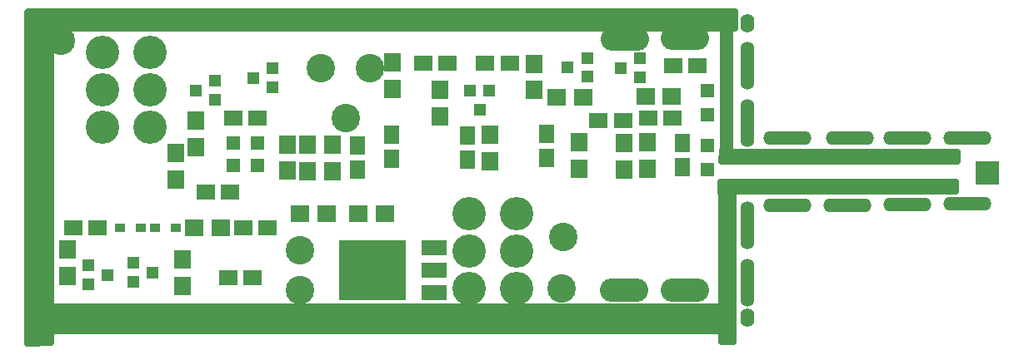
<source format=gbr>
G04 #@! TF.FileFunction,Soldermask,Top*
%FSLAX46Y46*%
G04 Gerber Fmt 4.6, Leading zero omitted, Abs format (unit mm)*
G04 Created by KiCad (PCBNEW 4.0.7) date 04/21/20 22:48:00*
%MOMM*%
%LPD*%
G01*
G04 APERTURE LIST*
%ADD10C,0.100000*%
%ADD11C,3.400000*%
%ADD12R,1.900000X1.650000*%
%ADD13R,1.650000X1.900000*%
%ADD14R,1.400000X1.400000*%
%ADD15R,1.700000X1.900000*%
%ADD16R,1.300000X1.200000*%
%ADD17R,1.200000X1.300000*%
%ADD18R,1.900000X1.700000*%
%ADD19C,2.900000*%
%ADD20O,4.900000X1.400000*%
%ADD21O,1.400000X4.900000*%
%ADD22O,1.400000X1.900000*%
%ADD23R,1.000000X0.850000*%
%ADD24R,2.600000X1.600000*%
%ADD25R,6.800000X6.200000*%
%ADD26O,4.900000X2.400000*%
%ADD27R,2.400000X2.400000*%
%ADD28C,0.500000*%
G04 APERTURE END LIST*
D10*
D11*
X91100000Y-109850000D03*
X91100000Y-106040000D03*
X91100000Y-102230000D03*
X86274000Y-109850000D03*
X86274000Y-106040000D03*
X86274000Y-102230000D03*
D12*
X104414000Y-92456000D03*
X106914000Y-92456000D03*
X99390000Y-92730000D03*
X101890000Y-92730000D03*
X87850000Y-86890000D03*
X90350000Y-86890000D03*
X81554000Y-86868000D03*
X84054000Y-86868000D03*
X62250000Y-92456000D03*
X64750000Y-92456000D03*
D13*
X107950000Y-95016000D03*
X107950000Y-97516000D03*
D12*
X48494000Y-103632000D03*
X45994000Y-103632000D03*
D14*
X110490000Y-92182000D03*
X110490000Y-89682000D03*
X110490000Y-97770000D03*
X110490000Y-95270000D03*
X64750000Y-94996000D03*
X62250000Y-94996000D03*
D15*
X58500000Y-92750000D03*
X58500000Y-95450000D03*
D14*
X62250000Y-97282000D03*
X64750000Y-97282000D03*
D16*
X103616000Y-88326000D03*
X103616000Y-86426000D03*
X101616000Y-87376000D03*
X98230000Y-88290000D03*
X98230000Y-86390000D03*
X96230000Y-87340000D03*
D17*
X88260000Y-89670000D03*
X86360000Y-89670000D03*
X87310000Y-91670000D03*
D16*
X66278000Y-89342000D03*
X66278000Y-87442000D03*
X64278000Y-88392000D03*
X60436000Y-90612000D03*
X60436000Y-88712000D03*
X58436000Y-89662000D03*
X52086000Y-107254000D03*
X52086000Y-109154000D03*
X54086000Y-108204000D03*
D18*
X106850000Y-90270000D03*
X104150000Y-90270000D03*
D15*
X104394000Y-97616000D03*
X104394000Y-94916000D03*
X101950000Y-97690000D03*
X101950000Y-94990000D03*
D18*
X95150000Y-90400000D03*
X97850000Y-90400000D03*
D15*
X97430000Y-97630000D03*
X97430000Y-94930000D03*
X92820000Y-89640000D03*
X92820000Y-86940000D03*
X88392000Y-96854000D03*
X88392000Y-94154000D03*
X83312000Y-89582000D03*
X83312000Y-92282000D03*
X67800000Y-97850000D03*
X67800000Y-95150000D03*
X78486000Y-89488000D03*
X78486000Y-86788000D03*
X72390000Y-97870000D03*
X72390000Y-95170000D03*
X69850000Y-97870000D03*
X69850000Y-95170000D03*
X56400000Y-98750000D03*
X56400000Y-96050000D03*
D18*
X61040000Y-103632000D03*
X58340000Y-103632000D03*
D15*
X57150000Y-106854000D03*
X57150000Y-109554000D03*
D19*
X73700000Y-92440000D03*
X71200000Y-87400000D03*
X76200000Y-87400000D03*
D12*
X61950000Y-100000000D03*
X59450000Y-100000000D03*
D13*
X74930000Y-95270000D03*
X74930000Y-97770000D03*
X86106000Y-96754000D03*
X86106000Y-94254000D03*
D20*
X136860000Y-101230000D03*
X130760000Y-101270000D03*
X124714000Y-101346000D03*
X118618000Y-101346000D03*
D21*
X114554000Y-103378000D03*
X114554000Y-109220000D03*
D22*
X114505740Y-112781080D03*
D21*
X114554000Y-92964000D03*
D20*
X118618000Y-94488000D03*
X124968000Y-94488000D03*
X130810000Y-94488000D03*
X136906000Y-94488000D03*
D21*
X114554000Y-87122000D03*
D22*
X114554000Y-82804000D03*
D12*
X65766000Y-103632000D03*
X63266000Y-103632000D03*
D18*
X75000000Y-102200000D03*
X77700000Y-102200000D03*
X71750000Y-102200000D03*
X69050000Y-102200000D03*
D23*
X56422000Y-103632000D03*
X54322000Y-103632000D03*
X52866000Y-103632000D03*
X50766000Y-103632000D03*
D16*
X47514000Y-107508000D03*
X47514000Y-109408000D03*
X49514000Y-108458000D03*
D15*
X45466000Y-105838000D03*
X45466000Y-108538000D03*
D11*
X53850000Y-93450000D03*
X53850000Y-89640000D03*
X53850000Y-85830000D03*
X49024000Y-93450000D03*
X49024000Y-89640000D03*
X49024000Y-85830000D03*
D24*
X82700000Y-110230000D03*
X82700000Y-107950000D03*
X82700000Y-105670000D03*
D25*
X76400000Y-107950000D03*
D26*
X108204000Y-109982000D03*
X102025000Y-110025000D03*
X108200000Y-84350000D03*
X102100000Y-84400000D03*
D12*
X106954000Y-87122000D03*
X109454000Y-87122000D03*
D13*
X94100000Y-94080000D03*
X94100000Y-96580000D03*
X78400000Y-94150000D03*
X78400000Y-96650000D03*
D12*
X64242000Y-108712000D03*
X61742000Y-108712000D03*
D27*
X138938000Y-98044000D03*
D19*
X44750000Y-84600000D03*
X69088000Y-105918000D03*
X95800000Y-104600000D03*
X95650000Y-109825000D03*
X69088000Y-109982000D03*
D28*
G36*
X113300000Y-83450000D02*
X113100000Y-83450000D01*
X113002736Y-83469696D01*
X112920798Y-83525682D01*
X112867097Y-83609136D01*
X112850000Y-83700000D01*
X112850000Y-95650000D01*
X112869696Y-95747264D01*
X112925682Y-95829202D01*
X113009136Y-95882903D01*
X113100000Y-95900000D01*
X135900000Y-95900000D01*
X135900000Y-96950000D01*
X111808949Y-96950000D01*
X111816736Y-96914262D01*
X111879011Y-95824449D01*
X111879202Y-95824318D01*
X111932903Y-95740864D01*
X111950000Y-95650000D01*
X111950000Y-83700000D01*
X111930304Y-83602736D01*
X111874318Y-83520798D01*
X111790864Y-83467097D01*
X111700000Y-83450000D01*
X44100000Y-83450000D01*
X44002736Y-83469696D01*
X43920798Y-83525682D01*
X43867097Y-83609136D01*
X43850000Y-83700000D01*
X43850000Y-111400000D01*
X43869696Y-111497264D01*
X43925682Y-111579202D01*
X44009136Y-111632903D01*
X44100000Y-111650000D01*
X111550000Y-111650000D01*
X111647264Y-111630304D01*
X111729202Y-111574318D01*
X111782903Y-111490864D01*
X111800000Y-111400000D01*
X111800000Y-100300000D01*
X111780304Y-100202736D01*
X111750000Y-100158385D01*
X111750000Y-98900000D01*
X113258003Y-98900000D01*
X113309136Y-98932903D01*
X113400000Y-98950000D01*
X135750000Y-98950000D01*
X135750000Y-100050000D01*
X113400000Y-100050000D01*
X113302736Y-100069696D01*
X113220798Y-100125682D01*
X113167097Y-100209136D01*
X113150000Y-100300000D01*
X113150000Y-115300000D01*
X111800000Y-115300000D01*
X111800000Y-114500000D01*
X111780304Y-114402736D01*
X111724318Y-114320798D01*
X111640864Y-114267097D01*
X111550000Y-114250000D01*
X44100000Y-114250000D01*
X44002736Y-114269696D01*
X43920798Y-114325682D01*
X43867097Y-114409136D01*
X43850000Y-114500000D01*
X43850000Y-115409088D01*
X41395364Y-115500000D01*
X41300000Y-115500000D01*
X41300000Y-81644271D01*
X41329202Y-81624318D01*
X41377024Y-81550000D01*
X113300000Y-81550000D01*
X113300000Y-83450000D01*
X113300000Y-83450000D01*
G37*
X113300000Y-83450000D02*
X113100000Y-83450000D01*
X113002736Y-83469696D01*
X112920798Y-83525682D01*
X112867097Y-83609136D01*
X112850000Y-83700000D01*
X112850000Y-95650000D01*
X112869696Y-95747264D01*
X112925682Y-95829202D01*
X113009136Y-95882903D01*
X113100000Y-95900000D01*
X135900000Y-95900000D01*
X135900000Y-96950000D01*
X111808949Y-96950000D01*
X111816736Y-96914262D01*
X111879011Y-95824449D01*
X111879202Y-95824318D01*
X111932903Y-95740864D01*
X111950000Y-95650000D01*
X111950000Y-83700000D01*
X111930304Y-83602736D01*
X111874318Y-83520798D01*
X111790864Y-83467097D01*
X111700000Y-83450000D01*
X44100000Y-83450000D01*
X44002736Y-83469696D01*
X43920798Y-83525682D01*
X43867097Y-83609136D01*
X43850000Y-83700000D01*
X43850000Y-111400000D01*
X43869696Y-111497264D01*
X43925682Y-111579202D01*
X44009136Y-111632903D01*
X44100000Y-111650000D01*
X111550000Y-111650000D01*
X111647264Y-111630304D01*
X111729202Y-111574318D01*
X111782903Y-111490864D01*
X111800000Y-111400000D01*
X111800000Y-100300000D01*
X111780304Y-100202736D01*
X111750000Y-100158385D01*
X111750000Y-98900000D01*
X113258003Y-98900000D01*
X113309136Y-98932903D01*
X113400000Y-98950000D01*
X135750000Y-98950000D01*
X135750000Y-100050000D01*
X113400000Y-100050000D01*
X113302736Y-100069696D01*
X113220798Y-100125682D01*
X113167097Y-100209136D01*
X113150000Y-100300000D01*
X113150000Y-115300000D01*
X111800000Y-115300000D01*
X111800000Y-114500000D01*
X111780304Y-114402736D01*
X111724318Y-114320798D01*
X111640864Y-114267097D01*
X111550000Y-114250000D01*
X44100000Y-114250000D01*
X44002736Y-114269696D01*
X43920798Y-114325682D01*
X43867097Y-114409136D01*
X43850000Y-114500000D01*
X43850000Y-115409088D01*
X41395364Y-115500000D01*
X41300000Y-115500000D01*
X41300000Y-81644271D01*
X41329202Y-81624318D01*
X41377024Y-81550000D01*
X113300000Y-81550000D01*
X113300000Y-83450000D01*
M02*

</source>
